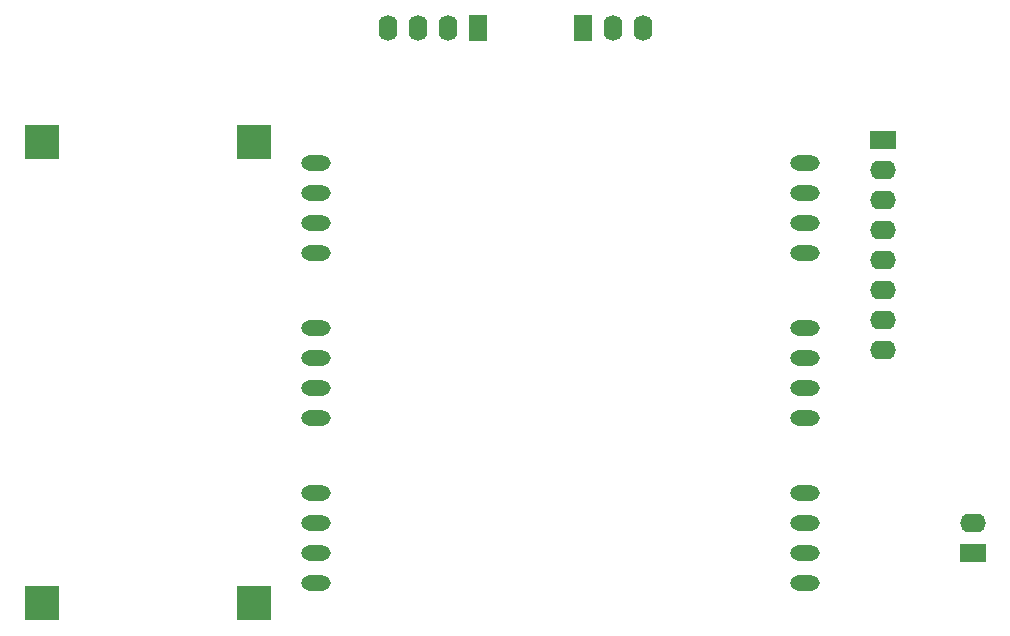
<source format=gbr>
G04 --- HEADER BEGIN --- *
G04 #@! TF.GenerationSoftware,LibrePCB,LibrePCB,1.1.0*
G04 #@! TF.CreationDate,2024-10-30T11:24:38*
G04 #@! TF.ProjectId,encoder diff driver board,5e1d4796-0e95-4f90-a33b-98ba50815d50,v1*
G04 #@! TF.Part,Single*
G04 #@! TF.SameCoordinates*
G04 #@! TF.FileFunction,Copper,L2,Bot*
G04 #@! TF.FilePolarity,Positive*
%FSLAX66Y66*%
%MOMM*%
G01*
G75*
G04 --- HEADER END --- *
G04 --- APERTURE LIST BEGIN --- *
G04 #@! TA.AperFunction,ComponentPad*
%ADD10O,2.5X1.3*%
%ADD11O,2.19X1.587*%
%ADD12R,2.19X1.587*%
%ADD13O,1.587X2.19*%
%ADD14R,1.587X2.19*%
%ADD15R,3.0X3.0*%
G04 #@! TD*
G04 --- APERTURE LIST END --- *
G04 --- BOARD BEGIN --- *
D10*
G04 #@! TO.N,+5V*
G04 #@! TO.C,MODULE2*
G04 #@! TO.P,MODULE2,DE,DE*
X-14995000Y-3800000D03*
G04 #@! TO.P,MODULE2,RE,RE*
X-14995000Y-1280000D03*
G04 #@! TO.N,N/C*
G04 #@! TO.P,MODULE2,RO,RO*
X-14995000Y1280000D03*
G04 #@! TO.N,B-*
G04 #@! TO.P,MODULE2,A,A*
X26425000Y-3820000D03*
G04 #@! TO.N,GND*
G04 #@! TO.P,MODULE2,GND,GND*
X26425000Y-6360000D03*
G04 #@! TO.N,B+*
G04 #@! TO.P,MODULE2,B,B*
X26425000Y-1260000D03*
G04 #@! TO.N,ENC_B*
G04 #@! TO.P,MODULE2,DI,DI*
X-14995000Y-6360000D03*
G04 #@! TO.N,+5V*
G04 #@! TO.P,MODULE2,VCC,VCC*
X26425000Y1280000D03*
D11*
G04 #@! TO.N,Z+*
G04 #@! TO.C,J4*
G04 #@! TO.P,J4,8,8*
X33020000Y-635000D03*
G04 #@! TO.N,B+*
G04 #@! TO.P,J4,5,5*
X33020000Y6985000D03*
G04 #@! TO.N,N/C*
G04 #@! TO.P,J4,6,6*
X33020000Y4445000D03*
D12*
G04 #@! TO.N,A-*
G04 #@! TO.P,J4,1,1*
X33020000Y17145000D03*
D11*
G04 #@! TO.N,A+*
G04 #@! TO.P,J4,2,2*
X33020000Y14605000D03*
G04 #@! TO.N,Z-*
G04 #@! TO.P,J4,7,7*
X33020000Y1905000D03*
G04 #@! TO.N,GND*
G04 #@! TO.P,J4,3,3*
X33020000Y12065000D03*
G04 #@! TO.N,B-*
G04 #@! TO.P,J4,4,4*
X33020000Y9525000D03*
D13*
G04 #@! TO.N,ENC_B*
G04 #@! TO.C,J11*
G04 #@! TO.P,J11,2,2*
X-3810000Y26670000D03*
G04 #@! TO.N,ENC_A*
G04 #@! TO.P,J11,3,3*
X-6350000Y26670000D03*
G04 #@! TO.N,GND*
G04 #@! TO.P,J11,4,4*
X-8890000Y26670000D03*
D14*
G04 #@! TO.N,+24V*
G04 #@! TO.P,J11,1,1*
X-1270000Y26670000D03*
D10*
G04 #@! TO.N,+5V*
G04 #@! TO.C,MODULE3*
G04 #@! TO.P,MODULE3,DE,DE*
X-14995000Y-17770000D03*
G04 #@! TO.P,MODULE3,RE,RE*
X-14995000Y-15250000D03*
G04 #@! TO.N,N/C*
G04 #@! TO.P,MODULE3,RO,RO*
X-14995000Y-12690000D03*
G04 #@! TO.N,Z-*
G04 #@! TO.P,MODULE3,A,A*
X26425000Y-17790000D03*
G04 #@! TO.N,GND*
G04 #@! TO.P,MODULE3,GND,GND*
X26425000Y-20330000D03*
G04 #@! TO.N,Z+*
G04 #@! TO.P,MODULE3,B,B*
X26425000Y-15230000D03*
G04 #@! TO.N,ENC_Z*
G04 #@! TO.P,MODULE3,DI,DI*
X-14995000Y-20330000D03*
G04 #@! TO.N,+5V*
G04 #@! TO.P,MODULE3,VCC,VCC*
X26425000Y-12690000D03*
D15*
G04 #@! TO.C,DC1*
G04 #@! TO.P,DC1,VOUT,VOUT+*
X-38210000Y16960000D03*
G04 #@! TO.N,GND*
G04 #@! TO.P,DC1,GNDIN,GND*
X-20210000Y16960000D03*
G04 #@! TO.N,+24V*
G04 #@! TO.P,DC1,VIN,VIN+*
X-38210000Y-22040000D03*
G04 #@! TO.N,GND*
G04 #@! TO.P,DC1,GNDIN,GND*
X-20210000Y-22040000D03*
D13*
G04 #@! TO.N,+5V*
G04 #@! TO.C,J9*
G04 #@! TO.P,J9,3,3*
X12700000Y26670000D03*
D14*
G04 #@! TO.N,GND*
G04 #@! TO.P,J9,1,1*
X7620000Y26670000D03*
D13*
G04 #@! TO.N,ENC_Z*
G04 #@! TO.P,J9,2,2*
X10160000Y26670000D03*
D10*
G04 #@! TO.N,+5V*
G04 #@! TO.C,MODULE1*
G04 #@! TO.P,MODULE1,DE,DE*
X-14995000Y10170000D03*
G04 #@! TO.P,MODULE1,RE,RE*
X-14995000Y12690000D03*
G04 #@! TO.N,N/C*
G04 #@! TO.P,MODULE1,RO,RO*
X-14995000Y15250000D03*
G04 #@! TO.N,A+*
G04 #@! TO.P,MODULE1,A,A*
X26425000Y10150000D03*
G04 #@! TO.N,GND*
G04 #@! TO.P,MODULE1,GND,GND*
X26425000Y7610000D03*
G04 #@! TO.N,A-*
G04 #@! TO.P,MODULE1,B,B*
X26425000Y12710000D03*
G04 #@! TO.N,ENC_A*
G04 #@! TO.P,MODULE1,DI,DI*
X-14995000Y7610000D03*
G04 #@! TO.N,+5V*
G04 #@! TO.P,MODULE1,VCC,VCC*
X26425000Y15250000D03*
D11*
G04 #@! TO.N,GND*
G04 #@! TO.C,J2*
G04 #@! TO.P,J2,2,2*
X40640000Y-15240000D03*
D12*
G04 #@! TO.N,+24V*
G04 #@! TO.P,J2,1,1*
X40640000Y-17780000D03*
G04 --- BOARD END --- *
G04 #@! TF.MD5,ac19bd600a5500d0f6fac174a3e48749*
M02*

</source>
